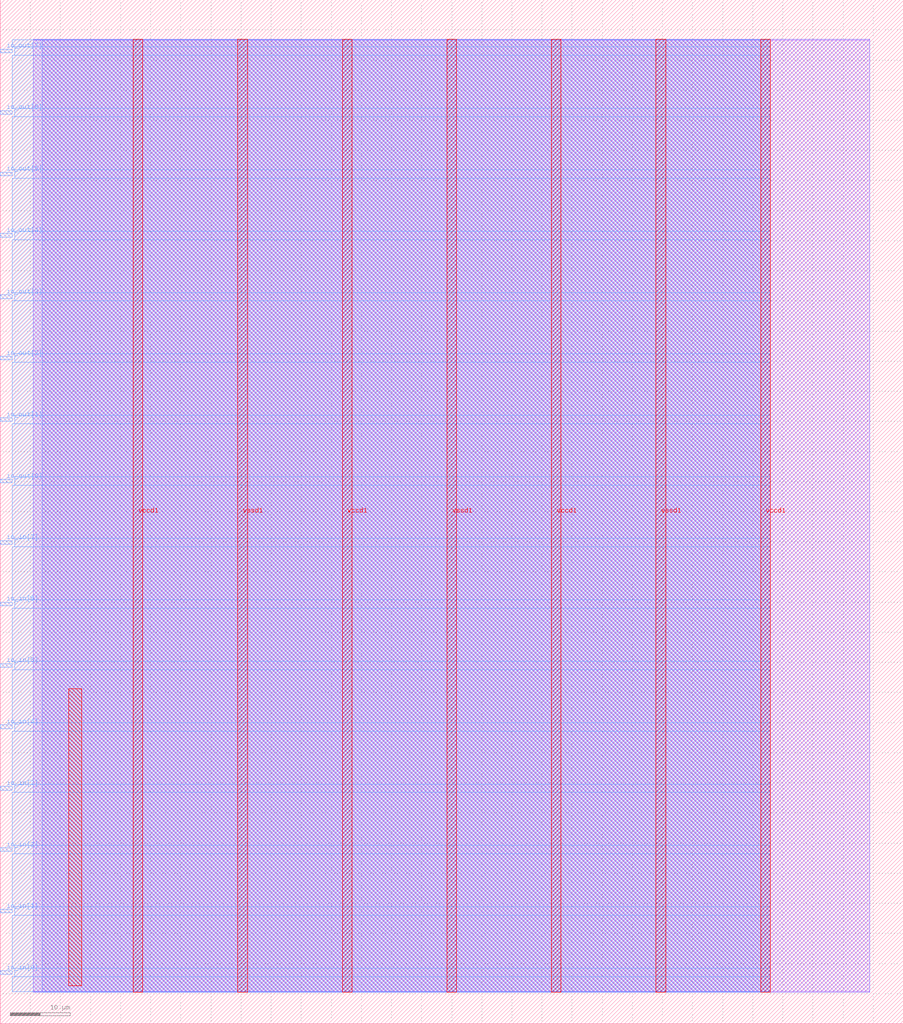
<source format=lef>
VERSION 5.7 ;
  NOWIREEXTENSIONATPIN ON ;
  DIVIDERCHAR "/" ;
  BUSBITCHARS "[]" ;
MACRO user_module_348255968419643987
  CLASS BLOCK ;
  FOREIGN user_module_348255968419643987 ;
  ORIGIN 0.000 0.000 ;
  SIZE 150.000 BY 170.000 ;
  PIN io_in[0]
    DIRECTION INPUT ;
    USE SIGNAL ;
    PORT
      LAYER met3 ;
        RECT 0.000 8.200 2.000 8.800 ;
    END
  END io_in[0]
  PIN io_in[1]
    DIRECTION INPUT ;
    USE SIGNAL ;
    PORT
      LAYER met3 ;
        RECT 0.000 18.400 2.000 19.000 ;
    END
  END io_in[1]
  PIN io_in[2]
    DIRECTION INPUT ;
    USE SIGNAL ;
    PORT
      LAYER met3 ;
        RECT 0.000 28.600 2.000 29.200 ;
    END
  END io_in[2]
  PIN io_in[3]
    DIRECTION INPUT ;
    USE SIGNAL ;
    PORT
      LAYER met3 ;
        RECT 0.000 38.800 2.000 39.400 ;
    END
  END io_in[3]
  PIN io_in[4]
    DIRECTION INPUT ;
    USE SIGNAL ;
    PORT
      LAYER met3 ;
        RECT 0.000 49.000 2.000 49.600 ;
    END
  END io_in[4]
  PIN io_in[5]
    DIRECTION INPUT ;
    USE SIGNAL ;
    PORT
      LAYER met3 ;
        RECT 0.000 59.200 2.000 59.800 ;
    END
  END io_in[5]
  PIN io_in[6]
    DIRECTION INPUT ;
    USE SIGNAL ;
    PORT
      LAYER met3 ;
        RECT 0.000 69.400 2.000 70.000 ;
    END
  END io_in[6]
  PIN io_in[7]
    DIRECTION INPUT ;
    USE SIGNAL ;
    PORT
      LAYER met3 ;
        RECT 0.000 79.600 2.000 80.200 ;
    END
  END io_in[7]
  PIN io_out[0]
    DIRECTION OUTPUT TRISTATE ;
    USE SIGNAL ;
    PORT
      LAYER met3 ;
        RECT 0.000 89.800 2.000 90.400 ;
    END
  END io_out[0]
  PIN io_out[1]
    DIRECTION OUTPUT TRISTATE ;
    USE SIGNAL ;
    PORT
      LAYER met3 ;
        RECT 0.000 100.000 2.000 100.600 ;
    END
  END io_out[1]
  PIN io_out[2]
    DIRECTION OUTPUT TRISTATE ;
    USE SIGNAL ;
    PORT
      LAYER met3 ;
        RECT 0.000 110.200 2.000 110.800 ;
    END
  END io_out[2]
  PIN io_out[3]
    DIRECTION OUTPUT TRISTATE ;
    USE SIGNAL ;
    PORT
      LAYER met3 ;
        RECT 0.000 120.400 2.000 121.000 ;
    END
  END io_out[3]
  PIN io_out[4]
    DIRECTION OUTPUT TRISTATE ;
    USE SIGNAL ;
    PORT
      LAYER met3 ;
        RECT 0.000 130.600 2.000 131.200 ;
    END
  END io_out[4]
  PIN io_out[5]
    DIRECTION OUTPUT TRISTATE ;
    USE SIGNAL ;
    PORT
      LAYER met3 ;
        RECT 0.000 140.800 2.000 141.400 ;
    END
  END io_out[5]
  PIN io_out[6]
    DIRECTION OUTPUT TRISTATE ;
    USE SIGNAL ;
    PORT
      LAYER met3 ;
        RECT 0.000 151.000 2.000 151.600 ;
    END
  END io_out[6]
  PIN io_out[7]
    DIRECTION OUTPUT TRISTATE ;
    USE SIGNAL ;
    PORT
      LAYER met3 ;
        RECT 0.000 161.200 2.000 161.800 ;
    END
  END io_out[7]
  PIN vccd1
    DIRECTION INOUT ;
    USE POWER ;
    PORT
      LAYER met4 ;
        RECT 22.090 5.200 23.690 163.440 ;
    END
    PORT
      LAYER met4 ;
        RECT 56.830 5.200 58.430 163.440 ;
    END
    PORT
      LAYER met4 ;
        RECT 91.570 5.200 93.170 163.440 ;
    END
    PORT
      LAYER met4 ;
        RECT 126.310 5.200 127.910 163.440 ;
    END
  END vccd1
  PIN vssd1
    DIRECTION INOUT ;
    USE GROUND ;
    PORT
      LAYER met4 ;
        RECT 39.460 5.200 41.060 163.440 ;
    END
    PORT
      LAYER met4 ;
        RECT 74.200 5.200 75.800 163.440 ;
    END
    PORT
      LAYER met4 ;
        RECT 108.940 5.200 110.540 163.440 ;
    END
  END vssd1
  OBS
      LAYER li1 ;
        RECT 5.520 5.355 144.440 163.285 ;
      LAYER met1 ;
        RECT 5.520 5.200 144.440 163.440 ;
      LAYER met2 ;
        RECT 6.990 5.255 127.880 163.385 ;
      LAYER met3 ;
        RECT 2.000 162.200 127.900 163.365 ;
        RECT 2.400 160.800 127.900 162.200 ;
        RECT 2.000 152.000 127.900 160.800 ;
        RECT 2.400 150.600 127.900 152.000 ;
        RECT 2.000 141.800 127.900 150.600 ;
        RECT 2.400 140.400 127.900 141.800 ;
        RECT 2.000 131.600 127.900 140.400 ;
        RECT 2.400 130.200 127.900 131.600 ;
        RECT 2.000 121.400 127.900 130.200 ;
        RECT 2.400 120.000 127.900 121.400 ;
        RECT 2.000 111.200 127.900 120.000 ;
        RECT 2.400 109.800 127.900 111.200 ;
        RECT 2.000 101.000 127.900 109.800 ;
        RECT 2.400 99.600 127.900 101.000 ;
        RECT 2.000 90.800 127.900 99.600 ;
        RECT 2.400 89.400 127.900 90.800 ;
        RECT 2.000 80.600 127.900 89.400 ;
        RECT 2.400 79.200 127.900 80.600 ;
        RECT 2.000 70.400 127.900 79.200 ;
        RECT 2.400 69.000 127.900 70.400 ;
        RECT 2.000 60.200 127.900 69.000 ;
        RECT 2.400 58.800 127.900 60.200 ;
        RECT 2.000 50.000 127.900 58.800 ;
        RECT 2.400 48.600 127.900 50.000 ;
        RECT 2.000 39.800 127.900 48.600 ;
        RECT 2.400 38.400 127.900 39.800 ;
        RECT 2.000 29.600 127.900 38.400 ;
        RECT 2.400 28.200 127.900 29.600 ;
        RECT 2.000 19.400 127.900 28.200 ;
        RECT 2.400 18.000 127.900 19.400 ;
        RECT 2.000 9.200 127.900 18.000 ;
        RECT 2.400 7.800 127.900 9.200 ;
        RECT 2.000 5.275 127.900 7.800 ;
      LAYER met4 ;
        RECT 11.335 6.295 13.505 55.585 ;
  END
END user_module_348255968419643987
END LIBRARY


</source>
